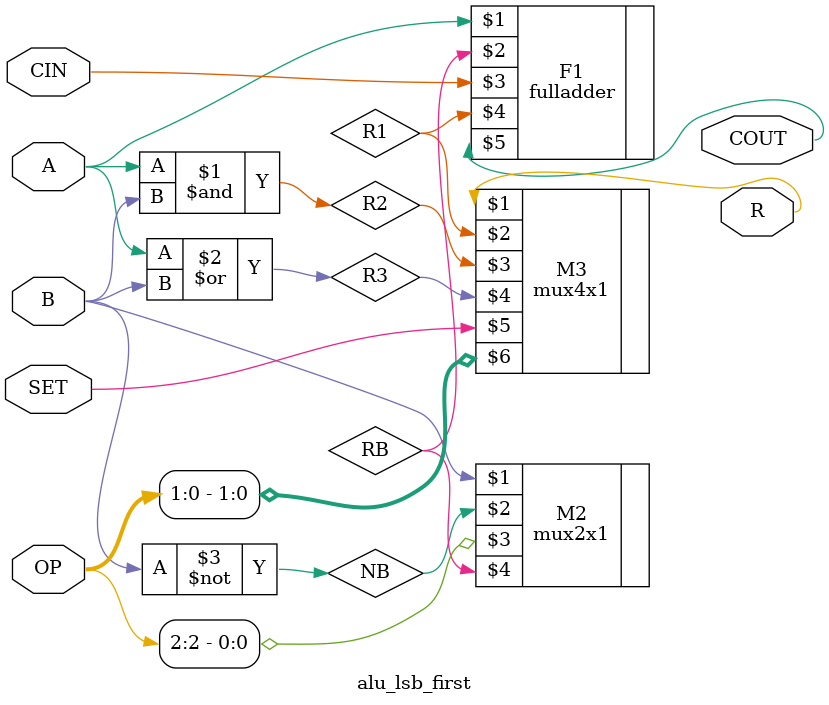
<source format=v>
module alu_lsb_first (R, COUT, A, B, CIN, OP, SET);
	output R, COUT;
	input A, B, CIN;
	input SET;  
	input [3:0] OP;
	
	wire R1, R2, R3; 
	wire NA, NB; //used for not gate
	wire RA, RB; //used for the result of the mux
	
	
	//not N1(NA, A);
	not N2(NB, B);
	
	//mux2x1 M1(A, NA, OP[2], RA);
	mux2x1 M2(B, NB, OP[2], RB);
	
	and (R2, A, B); 
	or (R3, A, B);

	fulladder F1(A, RB, CIN, R1, COUT);
	
	mux4x1 M3(R, R1, R2, R3, SET, OP[1:0]);
	
endmodule 
	
	
	
	
	
</source>
